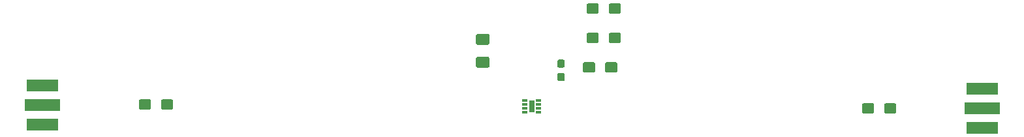
<source format=gbr>
G04 #@! TF.GenerationSoftware,KiCad,Pcbnew,5.1.2-f72e74a~84~ubuntu18.04.1*
G04 #@! TF.CreationDate,2019-09-24T12:52:55+02:00*
G04 #@! TF.ProjectId,matched_lna,6d617463-6865-4645-9f6c-6e612e6b6963,rev?*
G04 #@! TF.SameCoordinates,Original*
G04 #@! TF.FileFunction,Paste,Top*
G04 #@! TF.FilePolarity,Positive*
%FSLAX46Y46*%
G04 Gerber Fmt 4.6, Leading zero omitted, Abs format (unit mm)*
G04 Created by KiCad (PCBNEW 5.1.2-f72e74a~84~ubuntu18.04.1) date 2019-09-24 12:52:55*
%MOMM*%
%LPD*%
G04 APERTURE LIST*
%ADD10R,4.060000X1.520000*%
%ADD11R,4.600000X1.520000*%
%ADD12R,0.700000X1.600000*%
%ADD13R,0.670000X0.300000*%
%ADD14C,0.100000*%
%ADD15C,1.425000*%
%ADD16C,1.350000*%
%ADD17C,0.950000*%
G04 APERTURE END LIST*
D10*
X193040000Y-119620000D03*
X193040000Y-114540000D03*
D11*
X193040000Y-117080000D03*
D10*
X71120000Y-114100000D03*
X71120000Y-119180000D03*
D11*
X71120000Y-116640000D03*
D12*
X134620000Y-116840000D03*
D13*
X135505000Y-117590000D03*
X135505000Y-117090000D03*
X135505000Y-116590000D03*
X135505000Y-116090000D03*
X133735000Y-117590000D03*
X133735000Y-117090000D03*
X133735000Y-116590000D03*
X133735000Y-116090000D03*
D14*
G36*
X128919504Y-110391204D02*
G01*
X128943773Y-110394804D01*
X128967571Y-110400765D01*
X128990671Y-110409030D01*
X129012849Y-110419520D01*
X129033893Y-110432133D01*
X129053598Y-110446747D01*
X129071777Y-110463223D01*
X129088253Y-110481402D01*
X129102867Y-110501107D01*
X129115480Y-110522151D01*
X129125970Y-110544329D01*
X129134235Y-110567429D01*
X129140196Y-110591227D01*
X129143796Y-110615496D01*
X129145000Y-110640000D01*
X129145000Y-111565000D01*
X129143796Y-111589504D01*
X129140196Y-111613773D01*
X129134235Y-111637571D01*
X129125970Y-111660671D01*
X129115480Y-111682849D01*
X129102867Y-111703893D01*
X129088253Y-111723598D01*
X129071777Y-111741777D01*
X129053598Y-111758253D01*
X129033893Y-111772867D01*
X129012849Y-111785480D01*
X128990671Y-111795970D01*
X128967571Y-111804235D01*
X128943773Y-111810196D01*
X128919504Y-111813796D01*
X128895000Y-111815000D01*
X127645000Y-111815000D01*
X127620496Y-111813796D01*
X127596227Y-111810196D01*
X127572429Y-111804235D01*
X127549329Y-111795970D01*
X127527151Y-111785480D01*
X127506107Y-111772867D01*
X127486402Y-111758253D01*
X127468223Y-111741777D01*
X127451747Y-111723598D01*
X127437133Y-111703893D01*
X127424520Y-111682849D01*
X127414030Y-111660671D01*
X127405765Y-111637571D01*
X127399804Y-111613773D01*
X127396204Y-111589504D01*
X127395000Y-111565000D01*
X127395000Y-110640000D01*
X127396204Y-110615496D01*
X127399804Y-110591227D01*
X127405765Y-110567429D01*
X127414030Y-110544329D01*
X127424520Y-110522151D01*
X127437133Y-110501107D01*
X127451747Y-110481402D01*
X127468223Y-110463223D01*
X127486402Y-110446747D01*
X127506107Y-110432133D01*
X127527151Y-110419520D01*
X127549329Y-110409030D01*
X127572429Y-110400765D01*
X127596227Y-110394804D01*
X127620496Y-110391204D01*
X127645000Y-110390000D01*
X128895000Y-110390000D01*
X128919504Y-110391204D01*
X128919504Y-110391204D01*
G37*
D15*
X128270000Y-111102500D03*
D14*
G36*
X128919504Y-107416204D02*
G01*
X128943773Y-107419804D01*
X128967571Y-107425765D01*
X128990671Y-107434030D01*
X129012849Y-107444520D01*
X129033893Y-107457133D01*
X129053598Y-107471747D01*
X129071777Y-107488223D01*
X129088253Y-107506402D01*
X129102867Y-107526107D01*
X129115480Y-107547151D01*
X129125970Y-107569329D01*
X129134235Y-107592429D01*
X129140196Y-107616227D01*
X129143796Y-107640496D01*
X129145000Y-107665000D01*
X129145000Y-108590000D01*
X129143796Y-108614504D01*
X129140196Y-108638773D01*
X129134235Y-108662571D01*
X129125970Y-108685671D01*
X129115480Y-108707849D01*
X129102867Y-108728893D01*
X129088253Y-108748598D01*
X129071777Y-108766777D01*
X129053598Y-108783253D01*
X129033893Y-108797867D01*
X129012849Y-108810480D01*
X128990671Y-108820970D01*
X128967571Y-108829235D01*
X128943773Y-108835196D01*
X128919504Y-108838796D01*
X128895000Y-108840000D01*
X127645000Y-108840000D01*
X127620496Y-108838796D01*
X127596227Y-108835196D01*
X127572429Y-108829235D01*
X127549329Y-108820970D01*
X127527151Y-108810480D01*
X127506107Y-108797867D01*
X127486402Y-108783253D01*
X127468223Y-108766777D01*
X127451747Y-108748598D01*
X127437133Y-108728893D01*
X127424520Y-108707849D01*
X127414030Y-108685671D01*
X127405765Y-108662571D01*
X127399804Y-108638773D01*
X127396204Y-108614504D01*
X127395000Y-108590000D01*
X127395000Y-107665000D01*
X127396204Y-107640496D01*
X127399804Y-107616227D01*
X127405765Y-107592429D01*
X127414030Y-107569329D01*
X127424520Y-107547151D01*
X127437133Y-107526107D01*
X127451747Y-107506402D01*
X127468223Y-107488223D01*
X127486402Y-107471747D01*
X127506107Y-107457133D01*
X127527151Y-107444520D01*
X127549329Y-107434030D01*
X127572429Y-107425765D01*
X127596227Y-107419804D01*
X127620496Y-107416204D01*
X127645000Y-107415000D01*
X128895000Y-107415000D01*
X128919504Y-107416204D01*
X128919504Y-107416204D01*
G37*
D15*
X128270000Y-108127500D03*
D14*
G36*
X145509505Y-111086204D02*
G01*
X145533773Y-111089804D01*
X145557572Y-111095765D01*
X145580671Y-111104030D01*
X145602850Y-111114520D01*
X145623893Y-111127132D01*
X145643599Y-111141747D01*
X145661777Y-111158223D01*
X145678253Y-111176401D01*
X145692868Y-111196107D01*
X145705480Y-111217150D01*
X145715970Y-111239329D01*
X145724235Y-111262428D01*
X145730196Y-111286227D01*
X145733796Y-111310495D01*
X145735000Y-111334999D01*
X145735000Y-112185001D01*
X145733796Y-112209505D01*
X145730196Y-112233773D01*
X145724235Y-112257572D01*
X145715970Y-112280671D01*
X145705480Y-112302850D01*
X145692868Y-112323893D01*
X145678253Y-112343599D01*
X145661777Y-112361777D01*
X145643599Y-112378253D01*
X145623893Y-112392868D01*
X145602850Y-112405480D01*
X145580671Y-112415970D01*
X145557572Y-112424235D01*
X145533773Y-112430196D01*
X145509505Y-112433796D01*
X145485001Y-112435000D01*
X144409999Y-112435000D01*
X144385495Y-112433796D01*
X144361227Y-112430196D01*
X144337428Y-112424235D01*
X144314329Y-112415970D01*
X144292150Y-112405480D01*
X144271107Y-112392868D01*
X144251401Y-112378253D01*
X144233223Y-112361777D01*
X144216747Y-112343599D01*
X144202132Y-112323893D01*
X144189520Y-112302850D01*
X144179030Y-112280671D01*
X144170765Y-112257572D01*
X144164804Y-112233773D01*
X144161204Y-112209505D01*
X144160000Y-112185001D01*
X144160000Y-111334999D01*
X144161204Y-111310495D01*
X144164804Y-111286227D01*
X144170765Y-111262428D01*
X144179030Y-111239329D01*
X144189520Y-111217150D01*
X144202132Y-111196107D01*
X144216747Y-111176401D01*
X144233223Y-111158223D01*
X144251401Y-111141747D01*
X144271107Y-111127132D01*
X144292150Y-111114520D01*
X144314329Y-111104030D01*
X144337428Y-111095765D01*
X144361227Y-111089804D01*
X144385495Y-111086204D01*
X144409999Y-111085000D01*
X145485001Y-111085000D01*
X145509505Y-111086204D01*
X145509505Y-111086204D01*
G37*
D16*
X144947500Y-111760000D03*
D14*
G36*
X142634505Y-111086204D02*
G01*
X142658773Y-111089804D01*
X142682572Y-111095765D01*
X142705671Y-111104030D01*
X142727850Y-111114520D01*
X142748893Y-111127132D01*
X142768599Y-111141747D01*
X142786777Y-111158223D01*
X142803253Y-111176401D01*
X142817868Y-111196107D01*
X142830480Y-111217150D01*
X142840970Y-111239329D01*
X142849235Y-111262428D01*
X142855196Y-111286227D01*
X142858796Y-111310495D01*
X142860000Y-111334999D01*
X142860000Y-112185001D01*
X142858796Y-112209505D01*
X142855196Y-112233773D01*
X142849235Y-112257572D01*
X142840970Y-112280671D01*
X142830480Y-112302850D01*
X142817868Y-112323893D01*
X142803253Y-112343599D01*
X142786777Y-112361777D01*
X142768599Y-112378253D01*
X142748893Y-112392868D01*
X142727850Y-112405480D01*
X142705671Y-112415970D01*
X142682572Y-112424235D01*
X142658773Y-112430196D01*
X142634505Y-112433796D01*
X142610001Y-112435000D01*
X141534999Y-112435000D01*
X141510495Y-112433796D01*
X141486227Y-112430196D01*
X141462428Y-112424235D01*
X141439329Y-112415970D01*
X141417150Y-112405480D01*
X141396107Y-112392868D01*
X141376401Y-112378253D01*
X141358223Y-112361777D01*
X141341747Y-112343599D01*
X141327132Y-112323893D01*
X141314520Y-112302850D01*
X141304030Y-112280671D01*
X141295765Y-112257572D01*
X141289804Y-112233773D01*
X141286204Y-112209505D01*
X141285000Y-112185001D01*
X141285000Y-111334999D01*
X141286204Y-111310495D01*
X141289804Y-111286227D01*
X141295765Y-111262428D01*
X141304030Y-111239329D01*
X141314520Y-111217150D01*
X141327132Y-111196107D01*
X141341747Y-111176401D01*
X141358223Y-111158223D01*
X141376401Y-111141747D01*
X141396107Y-111127132D01*
X141417150Y-111114520D01*
X141439329Y-111104030D01*
X141462428Y-111095765D01*
X141486227Y-111089804D01*
X141510495Y-111086204D01*
X141534999Y-111085000D01*
X142610001Y-111085000D01*
X142634505Y-111086204D01*
X142634505Y-111086204D01*
G37*
D16*
X142072500Y-111760000D03*
D14*
G36*
X143104505Y-103466204D02*
G01*
X143128773Y-103469804D01*
X143152572Y-103475765D01*
X143175671Y-103484030D01*
X143197850Y-103494520D01*
X143218893Y-103507132D01*
X143238599Y-103521747D01*
X143256777Y-103538223D01*
X143273253Y-103556401D01*
X143287868Y-103576107D01*
X143300480Y-103597150D01*
X143310970Y-103619329D01*
X143319235Y-103642428D01*
X143325196Y-103666227D01*
X143328796Y-103690495D01*
X143330000Y-103714999D01*
X143330000Y-104565001D01*
X143328796Y-104589505D01*
X143325196Y-104613773D01*
X143319235Y-104637572D01*
X143310970Y-104660671D01*
X143300480Y-104682850D01*
X143287868Y-104703893D01*
X143273253Y-104723599D01*
X143256777Y-104741777D01*
X143238599Y-104758253D01*
X143218893Y-104772868D01*
X143197850Y-104785480D01*
X143175671Y-104795970D01*
X143152572Y-104804235D01*
X143128773Y-104810196D01*
X143104505Y-104813796D01*
X143080001Y-104815000D01*
X142004999Y-104815000D01*
X141980495Y-104813796D01*
X141956227Y-104810196D01*
X141932428Y-104804235D01*
X141909329Y-104795970D01*
X141887150Y-104785480D01*
X141866107Y-104772868D01*
X141846401Y-104758253D01*
X141828223Y-104741777D01*
X141811747Y-104723599D01*
X141797132Y-104703893D01*
X141784520Y-104682850D01*
X141774030Y-104660671D01*
X141765765Y-104637572D01*
X141759804Y-104613773D01*
X141756204Y-104589505D01*
X141755000Y-104565001D01*
X141755000Y-103714999D01*
X141756204Y-103690495D01*
X141759804Y-103666227D01*
X141765765Y-103642428D01*
X141774030Y-103619329D01*
X141784520Y-103597150D01*
X141797132Y-103576107D01*
X141811747Y-103556401D01*
X141828223Y-103538223D01*
X141846401Y-103521747D01*
X141866107Y-103507132D01*
X141887150Y-103494520D01*
X141909329Y-103484030D01*
X141932428Y-103475765D01*
X141956227Y-103469804D01*
X141980495Y-103466204D01*
X142004999Y-103465000D01*
X143080001Y-103465000D01*
X143104505Y-103466204D01*
X143104505Y-103466204D01*
G37*
D16*
X142542500Y-104140000D03*
D14*
G36*
X145979505Y-103466204D02*
G01*
X146003773Y-103469804D01*
X146027572Y-103475765D01*
X146050671Y-103484030D01*
X146072850Y-103494520D01*
X146093893Y-103507132D01*
X146113599Y-103521747D01*
X146131777Y-103538223D01*
X146148253Y-103556401D01*
X146162868Y-103576107D01*
X146175480Y-103597150D01*
X146185970Y-103619329D01*
X146194235Y-103642428D01*
X146200196Y-103666227D01*
X146203796Y-103690495D01*
X146205000Y-103714999D01*
X146205000Y-104565001D01*
X146203796Y-104589505D01*
X146200196Y-104613773D01*
X146194235Y-104637572D01*
X146185970Y-104660671D01*
X146175480Y-104682850D01*
X146162868Y-104703893D01*
X146148253Y-104723599D01*
X146131777Y-104741777D01*
X146113599Y-104758253D01*
X146093893Y-104772868D01*
X146072850Y-104785480D01*
X146050671Y-104795970D01*
X146027572Y-104804235D01*
X146003773Y-104810196D01*
X145979505Y-104813796D01*
X145955001Y-104815000D01*
X144879999Y-104815000D01*
X144855495Y-104813796D01*
X144831227Y-104810196D01*
X144807428Y-104804235D01*
X144784329Y-104795970D01*
X144762150Y-104785480D01*
X144741107Y-104772868D01*
X144721401Y-104758253D01*
X144703223Y-104741777D01*
X144686747Y-104723599D01*
X144672132Y-104703893D01*
X144659520Y-104682850D01*
X144649030Y-104660671D01*
X144640765Y-104637572D01*
X144634804Y-104613773D01*
X144631204Y-104589505D01*
X144630000Y-104565001D01*
X144630000Y-103714999D01*
X144631204Y-103690495D01*
X144634804Y-103666227D01*
X144640765Y-103642428D01*
X144649030Y-103619329D01*
X144659520Y-103597150D01*
X144672132Y-103576107D01*
X144686747Y-103556401D01*
X144703223Y-103538223D01*
X144721401Y-103521747D01*
X144741107Y-103507132D01*
X144762150Y-103494520D01*
X144784329Y-103484030D01*
X144807428Y-103475765D01*
X144831227Y-103469804D01*
X144855495Y-103466204D01*
X144879999Y-103465000D01*
X145955001Y-103465000D01*
X145979505Y-103466204D01*
X145979505Y-103466204D01*
G37*
D16*
X145417500Y-104140000D03*
D14*
G36*
X143104505Y-107276204D02*
G01*
X143128773Y-107279804D01*
X143152572Y-107285765D01*
X143175671Y-107294030D01*
X143197850Y-107304520D01*
X143218893Y-107317132D01*
X143238599Y-107331747D01*
X143256777Y-107348223D01*
X143273253Y-107366401D01*
X143287868Y-107386107D01*
X143300480Y-107407150D01*
X143310970Y-107429329D01*
X143319235Y-107452428D01*
X143325196Y-107476227D01*
X143328796Y-107500495D01*
X143330000Y-107524999D01*
X143330000Y-108375001D01*
X143328796Y-108399505D01*
X143325196Y-108423773D01*
X143319235Y-108447572D01*
X143310970Y-108470671D01*
X143300480Y-108492850D01*
X143287868Y-108513893D01*
X143273253Y-108533599D01*
X143256777Y-108551777D01*
X143238599Y-108568253D01*
X143218893Y-108582868D01*
X143197850Y-108595480D01*
X143175671Y-108605970D01*
X143152572Y-108614235D01*
X143128773Y-108620196D01*
X143104505Y-108623796D01*
X143080001Y-108625000D01*
X142004999Y-108625000D01*
X141980495Y-108623796D01*
X141956227Y-108620196D01*
X141932428Y-108614235D01*
X141909329Y-108605970D01*
X141887150Y-108595480D01*
X141866107Y-108582868D01*
X141846401Y-108568253D01*
X141828223Y-108551777D01*
X141811747Y-108533599D01*
X141797132Y-108513893D01*
X141784520Y-108492850D01*
X141774030Y-108470671D01*
X141765765Y-108447572D01*
X141759804Y-108423773D01*
X141756204Y-108399505D01*
X141755000Y-108375001D01*
X141755000Y-107524999D01*
X141756204Y-107500495D01*
X141759804Y-107476227D01*
X141765765Y-107452428D01*
X141774030Y-107429329D01*
X141784520Y-107407150D01*
X141797132Y-107386107D01*
X141811747Y-107366401D01*
X141828223Y-107348223D01*
X141846401Y-107331747D01*
X141866107Y-107317132D01*
X141887150Y-107304520D01*
X141909329Y-107294030D01*
X141932428Y-107285765D01*
X141956227Y-107279804D01*
X141980495Y-107276204D01*
X142004999Y-107275000D01*
X143080001Y-107275000D01*
X143104505Y-107276204D01*
X143104505Y-107276204D01*
G37*
D16*
X142542500Y-107950000D03*
D14*
G36*
X145979505Y-107276204D02*
G01*
X146003773Y-107279804D01*
X146027572Y-107285765D01*
X146050671Y-107294030D01*
X146072850Y-107304520D01*
X146093893Y-107317132D01*
X146113599Y-107331747D01*
X146131777Y-107348223D01*
X146148253Y-107366401D01*
X146162868Y-107386107D01*
X146175480Y-107407150D01*
X146185970Y-107429329D01*
X146194235Y-107452428D01*
X146200196Y-107476227D01*
X146203796Y-107500495D01*
X146205000Y-107524999D01*
X146205000Y-108375001D01*
X146203796Y-108399505D01*
X146200196Y-108423773D01*
X146194235Y-108447572D01*
X146185970Y-108470671D01*
X146175480Y-108492850D01*
X146162868Y-108513893D01*
X146148253Y-108533599D01*
X146131777Y-108551777D01*
X146113599Y-108568253D01*
X146093893Y-108582868D01*
X146072850Y-108595480D01*
X146050671Y-108605970D01*
X146027572Y-108614235D01*
X146003773Y-108620196D01*
X145979505Y-108623796D01*
X145955001Y-108625000D01*
X144879999Y-108625000D01*
X144855495Y-108623796D01*
X144831227Y-108620196D01*
X144807428Y-108614235D01*
X144784329Y-108605970D01*
X144762150Y-108595480D01*
X144741107Y-108582868D01*
X144721401Y-108568253D01*
X144703223Y-108551777D01*
X144686747Y-108533599D01*
X144672132Y-108513893D01*
X144659520Y-108492850D01*
X144649030Y-108470671D01*
X144640765Y-108447572D01*
X144634804Y-108423773D01*
X144631204Y-108399505D01*
X144630000Y-108375001D01*
X144630000Y-107524999D01*
X144631204Y-107500495D01*
X144634804Y-107476227D01*
X144640765Y-107452428D01*
X144649030Y-107429329D01*
X144659520Y-107407150D01*
X144672132Y-107386107D01*
X144686747Y-107366401D01*
X144703223Y-107348223D01*
X144721401Y-107331747D01*
X144741107Y-107317132D01*
X144762150Y-107304520D01*
X144784329Y-107294030D01*
X144807428Y-107285765D01*
X144831227Y-107279804D01*
X144855495Y-107276204D01*
X144879999Y-107275000D01*
X145955001Y-107275000D01*
X145979505Y-107276204D01*
X145979505Y-107276204D01*
G37*
D16*
X145417500Y-107950000D03*
D14*
G36*
X178829505Y-116416204D02*
G01*
X178853773Y-116419804D01*
X178877572Y-116425765D01*
X178900671Y-116434030D01*
X178922850Y-116444520D01*
X178943893Y-116457132D01*
X178963599Y-116471747D01*
X178981777Y-116488223D01*
X178998253Y-116506401D01*
X179012868Y-116526107D01*
X179025480Y-116547150D01*
X179035970Y-116569329D01*
X179044235Y-116592428D01*
X179050196Y-116616227D01*
X179053796Y-116640495D01*
X179055000Y-116664999D01*
X179055000Y-117515001D01*
X179053796Y-117539505D01*
X179050196Y-117563773D01*
X179044235Y-117587572D01*
X179035970Y-117610671D01*
X179025480Y-117632850D01*
X179012868Y-117653893D01*
X178998253Y-117673599D01*
X178981777Y-117691777D01*
X178963599Y-117708253D01*
X178943893Y-117722868D01*
X178922850Y-117735480D01*
X178900671Y-117745970D01*
X178877572Y-117754235D01*
X178853773Y-117760196D01*
X178829505Y-117763796D01*
X178805001Y-117765000D01*
X177729999Y-117765000D01*
X177705495Y-117763796D01*
X177681227Y-117760196D01*
X177657428Y-117754235D01*
X177634329Y-117745970D01*
X177612150Y-117735480D01*
X177591107Y-117722868D01*
X177571401Y-117708253D01*
X177553223Y-117691777D01*
X177536747Y-117673599D01*
X177522132Y-117653893D01*
X177509520Y-117632850D01*
X177499030Y-117610671D01*
X177490765Y-117587572D01*
X177484804Y-117563773D01*
X177481204Y-117539505D01*
X177480000Y-117515001D01*
X177480000Y-116664999D01*
X177481204Y-116640495D01*
X177484804Y-116616227D01*
X177490765Y-116592428D01*
X177499030Y-116569329D01*
X177509520Y-116547150D01*
X177522132Y-116526107D01*
X177536747Y-116506401D01*
X177553223Y-116488223D01*
X177571401Y-116471747D01*
X177591107Y-116457132D01*
X177612150Y-116444520D01*
X177634329Y-116434030D01*
X177657428Y-116425765D01*
X177681227Y-116419804D01*
X177705495Y-116416204D01*
X177729999Y-116415000D01*
X178805001Y-116415000D01*
X178829505Y-116416204D01*
X178829505Y-116416204D01*
G37*
D16*
X178267500Y-117090000D03*
D14*
G36*
X181704505Y-116416204D02*
G01*
X181728773Y-116419804D01*
X181752572Y-116425765D01*
X181775671Y-116434030D01*
X181797850Y-116444520D01*
X181818893Y-116457132D01*
X181838599Y-116471747D01*
X181856777Y-116488223D01*
X181873253Y-116506401D01*
X181887868Y-116526107D01*
X181900480Y-116547150D01*
X181910970Y-116569329D01*
X181919235Y-116592428D01*
X181925196Y-116616227D01*
X181928796Y-116640495D01*
X181930000Y-116664999D01*
X181930000Y-117515001D01*
X181928796Y-117539505D01*
X181925196Y-117563773D01*
X181919235Y-117587572D01*
X181910970Y-117610671D01*
X181900480Y-117632850D01*
X181887868Y-117653893D01*
X181873253Y-117673599D01*
X181856777Y-117691777D01*
X181838599Y-117708253D01*
X181818893Y-117722868D01*
X181797850Y-117735480D01*
X181775671Y-117745970D01*
X181752572Y-117754235D01*
X181728773Y-117760196D01*
X181704505Y-117763796D01*
X181680001Y-117765000D01*
X180604999Y-117765000D01*
X180580495Y-117763796D01*
X180556227Y-117760196D01*
X180532428Y-117754235D01*
X180509329Y-117745970D01*
X180487150Y-117735480D01*
X180466107Y-117722868D01*
X180446401Y-117708253D01*
X180428223Y-117691777D01*
X180411747Y-117673599D01*
X180397132Y-117653893D01*
X180384520Y-117632850D01*
X180374030Y-117610671D01*
X180365765Y-117587572D01*
X180359804Y-117563773D01*
X180356204Y-117539505D01*
X180355000Y-117515001D01*
X180355000Y-116664999D01*
X180356204Y-116640495D01*
X180359804Y-116616227D01*
X180365765Y-116592428D01*
X180374030Y-116569329D01*
X180384520Y-116547150D01*
X180397132Y-116526107D01*
X180411747Y-116506401D01*
X180428223Y-116488223D01*
X180446401Y-116471747D01*
X180466107Y-116457132D01*
X180487150Y-116444520D01*
X180509329Y-116434030D01*
X180532428Y-116425765D01*
X180556227Y-116419804D01*
X180580495Y-116416204D01*
X180604999Y-116415000D01*
X181680001Y-116415000D01*
X181704505Y-116416204D01*
X181704505Y-116416204D01*
G37*
D16*
X181142500Y-117090000D03*
D14*
G36*
X85017005Y-115916204D02*
G01*
X85041273Y-115919804D01*
X85065072Y-115925765D01*
X85088171Y-115934030D01*
X85110350Y-115944520D01*
X85131393Y-115957132D01*
X85151099Y-115971747D01*
X85169277Y-115988223D01*
X85185753Y-116006401D01*
X85200368Y-116026107D01*
X85212980Y-116047150D01*
X85223470Y-116069329D01*
X85231735Y-116092428D01*
X85237696Y-116116227D01*
X85241296Y-116140495D01*
X85242500Y-116164999D01*
X85242500Y-117015001D01*
X85241296Y-117039505D01*
X85237696Y-117063773D01*
X85231735Y-117087572D01*
X85223470Y-117110671D01*
X85212980Y-117132850D01*
X85200368Y-117153893D01*
X85185753Y-117173599D01*
X85169277Y-117191777D01*
X85151099Y-117208253D01*
X85131393Y-117222868D01*
X85110350Y-117235480D01*
X85088171Y-117245970D01*
X85065072Y-117254235D01*
X85041273Y-117260196D01*
X85017005Y-117263796D01*
X84992501Y-117265000D01*
X83917499Y-117265000D01*
X83892995Y-117263796D01*
X83868727Y-117260196D01*
X83844928Y-117254235D01*
X83821829Y-117245970D01*
X83799650Y-117235480D01*
X83778607Y-117222868D01*
X83758901Y-117208253D01*
X83740723Y-117191777D01*
X83724247Y-117173599D01*
X83709632Y-117153893D01*
X83697020Y-117132850D01*
X83686530Y-117110671D01*
X83678265Y-117087572D01*
X83672304Y-117063773D01*
X83668704Y-117039505D01*
X83667500Y-117015001D01*
X83667500Y-116164999D01*
X83668704Y-116140495D01*
X83672304Y-116116227D01*
X83678265Y-116092428D01*
X83686530Y-116069329D01*
X83697020Y-116047150D01*
X83709632Y-116026107D01*
X83724247Y-116006401D01*
X83740723Y-115988223D01*
X83758901Y-115971747D01*
X83778607Y-115957132D01*
X83799650Y-115944520D01*
X83821829Y-115934030D01*
X83844928Y-115925765D01*
X83868727Y-115919804D01*
X83892995Y-115916204D01*
X83917499Y-115915000D01*
X84992501Y-115915000D01*
X85017005Y-115916204D01*
X85017005Y-115916204D01*
G37*
D16*
X84455000Y-116590000D03*
D14*
G36*
X87892005Y-115916204D02*
G01*
X87916273Y-115919804D01*
X87940072Y-115925765D01*
X87963171Y-115934030D01*
X87985350Y-115944520D01*
X88006393Y-115957132D01*
X88026099Y-115971747D01*
X88044277Y-115988223D01*
X88060753Y-116006401D01*
X88075368Y-116026107D01*
X88087980Y-116047150D01*
X88098470Y-116069329D01*
X88106735Y-116092428D01*
X88112696Y-116116227D01*
X88116296Y-116140495D01*
X88117500Y-116164999D01*
X88117500Y-117015001D01*
X88116296Y-117039505D01*
X88112696Y-117063773D01*
X88106735Y-117087572D01*
X88098470Y-117110671D01*
X88087980Y-117132850D01*
X88075368Y-117153893D01*
X88060753Y-117173599D01*
X88044277Y-117191777D01*
X88026099Y-117208253D01*
X88006393Y-117222868D01*
X87985350Y-117235480D01*
X87963171Y-117245970D01*
X87940072Y-117254235D01*
X87916273Y-117260196D01*
X87892005Y-117263796D01*
X87867501Y-117265000D01*
X86792499Y-117265000D01*
X86767995Y-117263796D01*
X86743727Y-117260196D01*
X86719928Y-117254235D01*
X86696829Y-117245970D01*
X86674650Y-117235480D01*
X86653607Y-117222868D01*
X86633901Y-117208253D01*
X86615723Y-117191777D01*
X86599247Y-117173599D01*
X86584632Y-117153893D01*
X86572020Y-117132850D01*
X86561530Y-117110671D01*
X86553265Y-117087572D01*
X86547304Y-117063773D01*
X86543704Y-117039505D01*
X86542500Y-117015001D01*
X86542500Y-116164999D01*
X86543704Y-116140495D01*
X86547304Y-116116227D01*
X86553265Y-116092428D01*
X86561530Y-116069329D01*
X86572020Y-116047150D01*
X86584632Y-116026107D01*
X86599247Y-116006401D01*
X86615723Y-115988223D01*
X86633901Y-115971747D01*
X86653607Y-115957132D01*
X86674650Y-115944520D01*
X86696829Y-115934030D01*
X86719928Y-115925765D01*
X86743727Y-115919804D01*
X86767995Y-115916204D01*
X86792499Y-115915000D01*
X87867501Y-115915000D01*
X87892005Y-115916204D01*
X87892005Y-115916204D01*
G37*
D16*
X87330000Y-116590000D03*
D14*
G36*
X138690779Y-112506144D02*
G01*
X138713834Y-112509563D01*
X138736443Y-112515227D01*
X138758387Y-112523079D01*
X138779457Y-112533044D01*
X138799448Y-112545026D01*
X138818168Y-112558910D01*
X138835438Y-112574562D01*
X138851090Y-112591832D01*
X138864974Y-112610552D01*
X138876956Y-112630543D01*
X138886921Y-112651613D01*
X138894773Y-112673557D01*
X138900437Y-112696166D01*
X138903856Y-112719221D01*
X138905000Y-112742500D01*
X138905000Y-113317500D01*
X138903856Y-113340779D01*
X138900437Y-113363834D01*
X138894773Y-113386443D01*
X138886921Y-113408387D01*
X138876956Y-113429457D01*
X138864974Y-113449448D01*
X138851090Y-113468168D01*
X138835438Y-113485438D01*
X138818168Y-113501090D01*
X138799448Y-113514974D01*
X138779457Y-113526956D01*
X138758387Y-113536921D01*
X138736443Y-113544773D01*
X138713834Y-113550437D01*
X138690779Y-113553856D01*
X138667500Y-113555000D01*
X138192500Y-113555000D01*
X138169221Y-113553856D01*
X138146166Y-113550437D01*
X138123557Y-113544773D01*
X138101613Y-113536921D01*
X138080543Y-113526956D01*
X138060552Y-113514974D01*
X138041832Y-113501090D01*
X138024562Y-113485438D01*
X138008910Y-113468168D01*
X137995026Y-113449448D01*
X137983044Y-113429457D01*
X137973079Y-113408387D01*
X137965227Y-113386443D01*
X137959563Y-113363834D01*
X137956144Y-113340779D01*
X137955000Y-113317500D01*
X137955000Y-112742500D01*
X137956144Y-112719221D01*
X137959563Y-112696166D01*
X137965227Y-112673557D01*
X137973079Y-112651613D01*
X137983044Y-112630543D01*
X137995026Y-112610552D01*
X138008910Y-112591832D01*
X138024562Y-112574562D01*
X138041832Y-112558910D01*
X138060552Y-112545026D01*
X138080543Y-112533044D01*
X138101613Y-112523079D01*
X138123557Y-112515227D01*
X138146166Y-112509563D01*
X138169221Y-112506144D01*
X138192500Y-112505000D01*
X138667500Y-112505000D01*
X138690779Y-112506144D01*
X138690779Y-112506144D01*
G37*
D17*
X138430000Y-113030000D03*
D14*
G36*
X138690779Y-110756144D02*
G01*
X138713834Y-110759563D01*
X138736443Y-110765227D01*
X138758387Y-110773079D01*
X138779457Y-110783044D01*
X138799448Y-110795026D01*
X138818168Y-110808910D01*
X138835438Y-110824562D01*
X138851090Y-110841832D01*
X138864974Y-110860552D01*
X138876956Y-110880543D01*
X138886921Y-110901613D01*
X138894773Y-110923557D01*
X138900437Y-110946166D01*
X138903856Y-110969221D01*
X138905000Y-110992500D01*
X138905000Y-111567500D01*
X138903856Y-111590779D01*
X138900437Y-111613834D01*
X138894773Y-111636443D01*
X138886921Y-111658387D01*
X138876956Y-111679457D01*
X138864974Y-111699448D01*
X138851090Y-111718168D01*
X138835438Y-111735438D01*
X138818168Y-111751090D01*
X138799448Y-111764974D01*
X138779457Y-111776956D01*
X138758387Y-111786921D01*
X138736443Y-111794773D01*
X138713834Y-111800437D01*
X138690779Y-111803856D01*
X138667500Y-111805000D01*
X138192500Y-111805000D01*
X138169221Y-111803856D01*
X138146166Y-111800437D01*
X138123557Y-111794773D01*
X138101613Y-111786921D01*
X138080543Y-111776956D01*
X138060552Y-111764974D01*
X138041832Y-111751090D01*
X138024562Y-111735438D01*
X138008910Y-111718168D01*
X137995026Y-111699448D01*
X137983044Y-111679457D01*
X137973079Y-111658387D01*
X137965227Y-111636443D01*
X137959563Y-111613834D01*
X137956144Y-111590779D01*
X137955000Y-111567500D01*
X137955000Y-110992500D01*
X137956144Y-110969221D01*
X137959563Y-110946166D01*
X137965227Y-110923557D01*
X137973079Y-110901613D01*
X137983044Y-110880543D01*
X137995026Y-110860552D01*
X138008910Y-110841832D01*
X138024562Y-110824562D01*
X138041832Y-110808910D01*
X138060552Y-110795026D01*
X138080543Y-110783044D01*
X138101613Y-110773079D01*
X138123557Y-110765227D01*
X138146166Y-110759563D01*
X138169221Y-110756144D01*
X138192500Y-110755000D01*
X138667500Y-110755000D01*
X138690779Y-110756144D01*
X138690779Y-110756144D01*
G37*
D17*
X138430000Y-111280000D03*
M02*

</source>
